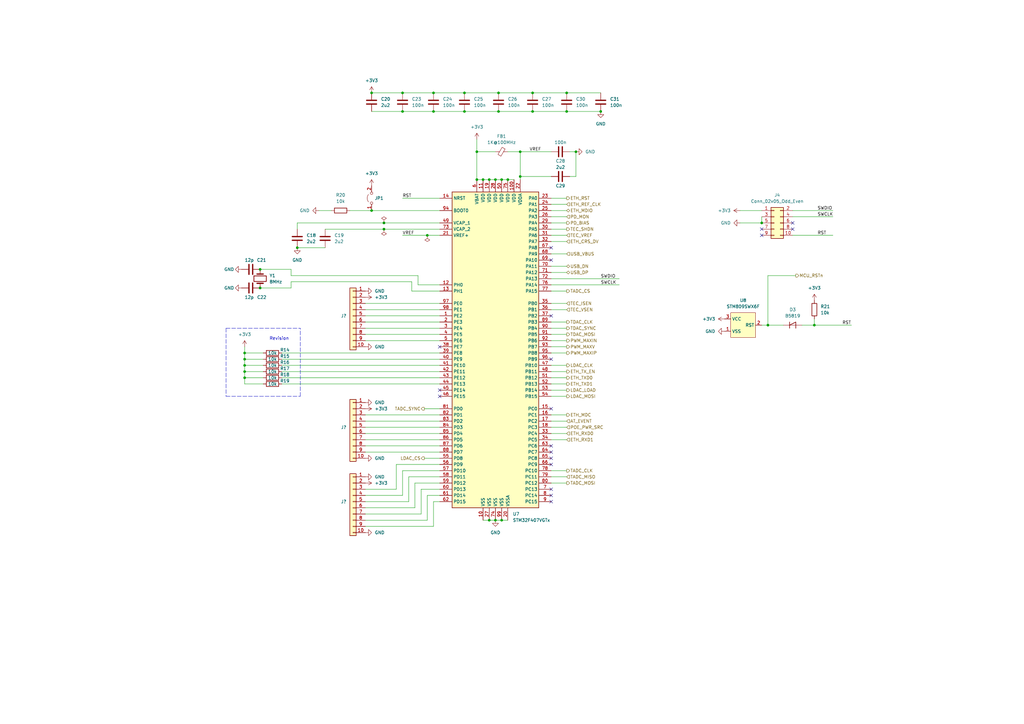
<source format=kicad_sch>
(kicad_sch (version 20211123) (generator eeschema)
  (paper "A3")
  (title_block (title "Kirdy") (date "2022-07-03") (rev "r0.1") (company "M-Labs") (comment 1 "Alex Wong Tat Hang"))
  (lib_symbols
    (symbol "Connector_Generic:Conn_01x10" (pin_names (offset 1.016) hide)
      (property "Reference" "J" (at 0 12.7 0))
      (property "Value" "Conn_01x10" (at 0 -15.24 0))
      (symbol "Conn_01x10_1_1"
        (rectangle (start -1.27 -12.573) (end 0 -12.827) (stroke (width 0.1524)))
        (rectangle (start -1.27 -10.033) (end 0 -10.287) (stroke (width 0.1524)))
        (rectangle (start -1.27 -7.493) (end 0 -7.747) (stroke (width 0.1524)))
        (rectangle (start -1.27 -4.953) (end 0 -5.207) (stroke (width 0.1524)))
        (rectangle (start -1.27 -2.413) (end 0 -2.667) (stroke (width 0.1524)))
        (rectangle (start -1.27 0.127) (end 0 -0.127) (stroke (width 0.1524)))
        (rectangle (start -1.27 2.667) (end 0 2.413) (stroke (width 0.1524)))
        (rectangle (start -1.27 5.207) (end 0 4.953) (stroke (width 0.1524)))
        (rectangle (start -1.27 7.747) (end 0 7.493) (stroke (width 0.1524)))
        (rectangle (start -1.27 10.287) (end 0 10.033) (stroke (width 0.1524)))
        (rectangle (start -1.27 11.43) (end 1.27 -13.97) (stroke (width 0.254)) (fill (type background)))
        (pin passive line (at -5.08 10.16 0) (length 3.81) (name "Pin_1") (number "1"))
        (pin passive line (at -5.08 -12.7 0) (length 3.81) (name "Pin_10") (number "10"))
        (pin passive line (at -5.08 7.62 0) (length 3.81) (name "Pin_2") (number "2"))
        (pin passive line (at -5.08 5.08 0) (length 3.81) (name "Pin_3") (number "3"))
        (pin passive line (at -5.08 2.54 0) (length 3.81) (name "Pin_4") (number "4"))
        (pin passive line (at -5.08 0 0) (length 3.81) (name "Pin_5") (number "5"))
        (pin passive line (at -5.08 -2.54 0) (length 3.81) (name "Pin_6") (number "6"))
        (pin passive line (at -5.08 -5.08 0) (length 3.81) (name "Pin_7") (number "7"))
        (pin passive line (at -5.08 -7.62 0) (length 3.81) (name "Pin_8") (number "8"))
        (pin passive line (at -5.08 -10.16 0) (length 3.81) (name "Pin_9") (number "9"))
      )
    )
    (symbol "Connector_Generic:Conn_02x05_Odd_Even" (pin_names (offset 1.016) hide)
      (property "Reference" "J" (at 1.27 7.62 0))
      (property "Value" "Conn_02x05_Odd_Even" (at 1.27 -7.62 0))
      (symbol "Conn_02x05_Odd_Even_1_1"
        (rectangle (start -1.27 -4.953) (end 0 -5.207) (stroke (width 0.1524)))
        (rectangle (start -1.27 -2.413) (end 0 -2.667) (stroke (width 0.1524)))
        (rectangle (start -1.27 0.127) (end 0 -0.127) (stroke (width 0.1524)))
        (rectangle (start -1.27 2.667) (end 0 2.413) (stroke (width 0.1524)))
        (rectangle (start -1.27 5.207) (end 0 4.953) (stroke (width 0.1524)))
        (rectangle (start -1.27 6.35) (end 3.81 -6.35) (stroke (width 0.254)) (fill (type background)))
        (rectangle (start 3.81 -4.953) (end 2.54 -5.207) (stroke (width 0.1524)))
        (rectangle (start 3.81 -2.413) (end 2.54 -2.667) (stroke (width 0.1524)))
        (rectangle (start 3.81 0.127) (end 2.54 -0.127) (stroke (width 0.1524)))
        (rectangle (start 3.81 2.667) (end 2.54 2.413) (stroke (width 0.1524)))
        (rectangle (start 3.81 5.207) (end 2.54 4.953) (stroke (width 0.1524)))
        (pin passive line (at -5.08 5.08 0) (length 3.81) (name "Pin_1") (number "1"))
        (pin passive line (at 7.62 -5.08 180) (length 3.81) (name "Pin_10") (number "10"))
        (pin passive line (at 7.62 5.08 180) (length 3.81) (name "Pin_2") (number "2"))
        (pin passive line (at -5.08 2.54 0) (length 3.81) (name "Pin_3") (number "3"))
        (pin passive line (at 7.62 2.54 180) (length 3.81) (name "Pin_4") (number "4"))
        (pin passive line (at -5.08 0 0) (length 3.81) (name "Pin_5") (number "5"))
        (pin passive line (at 7.62 0 180) (length 3.81) (name "Pin_6") (number "6"))
        (pin passive line (at -5.08 -2.54 0) (length 3.81) (name "Pin_7") (number "7"))
        (pin passive line (at 7.62 -2.54 180) (length 3.81) (name "Pin_8") (number "8"))
        (pin passive line (at -5.08 -5.08 0) (length 3.81) (name "Pin_9") (number "9"))
      )
    )
    (symbol "Device:C" (pin_numbers hide) (pin_names (offset 0.254))
      (property "Reference" "C" (at 0.635 2.54 0))
      (property "Value" "C" (at 0.635 -2.54 0))
      (symbol "C_0_1"
        (polyline (pts (xy -2.032 -0.762) (xy 2.032 -0.762)) (stroke (width 0.508)))
        (polyline (pts (xy -2.032 0.762) (xy 2.032 0.762)) (stroke (width 0.508)))
      )
      (symbol "C_1_1"
        (pin passive line (at 0 3.81 270) (length 2.794) (name "~") (number "1"))
        (pin passive line (at 0 -3.81 90) (length 2.794) (name "~") (number "2"))
      )
    )
    (symbol "Device:Crystal" (pin_numbers hide) (pin_names (offset 1.016) hide)
      (property "Reference" "Y" (at 0 3.81 0))
      (property "Value" "Crystal" (at 0 -3.81 0))
      (symbol "Crystal_0_1"
        (rectangle (start -1.143 2.54) (end 1.143 -2.54) (stroke (width 0.3048)))
        (polyline (pts (xy -2.54 0) (xy -1.905 0)))
        (polyline (pts (xy -1.905 -1.27) (xy -1.905 1.27)) (stroke (width 0.508)))
        (polyline (pts (xy 1.905 -1.27) (xy 1.905 1.27)) (stroke (width 0.508)))
        (polyline (pts (xy 2.54 0) (xy 1.905 0)))
      )
      (symbol "Crystal_1_1"
        (pin passive line (at -3.81 0 0) (length 1.27) (name "1") (number "1"))
        (pin passive line (at 3.81 0 180) (length 1.27) (name "2") (number "2"))
      )
    )
    (symbol "Device:D_Shockley" (pin_numbers hide) (pin_names (offset 1.016) hide)
      (property "Reference" "D" (at 0 2.54 0))
      (property "Value" "D_Shockley" (at 0 -2.54 0))
      (symbol "D_Shockley_0_1"
        (polyline (pts (xy -1.27 0) (xy 1.27 0)))
        (polyline (pts (xy -1.27 1.27) (xy -1.27 -1.27)) (stroke (width 0.254)))
        (polyline (pts (xy -1.27 0) (xy 1.27 1.27) (xy 1.27 -1.27)) (stroke (width 0.254)))
      )
      (symbol "D_Shockley_1_1"
        (pin passive line (at -3.81 0 0) (length 2.54) (name "K") (number "1"))
        (pin passive line (at 3.81 0 180) (length 2.54) (name "A") (number "2"))
      )
    )
    (symbol "Device:FerriteBead_Small" (pin_numbers hide) (pin_names (offset 0))
      (property "Reference" "FB" (at 1.905 1.27 0))
      (property "Value" "FerriteBead_Small" (at 1.905 -1.27 0))
      (symbol "FerriteBead_Small_0_1"
        (polyline (pts (xy 0 -1.27) (xy 0 -0.7874)))
        (polyline (pts (xy 0 0.889) (xy 0 1.2954)))
        (polyline (pts (xy -1.8288 0.2794) (xy -1.1176 1.4986) (xy 1.8288 -0.2032) (xy 1.1176 -1.4224) (xy -1.8288 0.2794)))
      )
      (symbol "FerriteBead_Small_1_1"
        (pin passive line (at 0 2.54 270) (length 1.27) (name "~") (number "1"))
        (pin passive line (at 0 -2.54 90) (length 1.27) (name "~") (number "2"))
      )
    )
    (symbol "Device:R" (pin_numbers hide) (pin_names (offset 0))
      (property "Reference" "R" (at 2.032 0 90))
      (property "Value" "R" (at 0 0 90))
      (symbol "R_0_1"
        (rectangle (start -1.016 -2.54) (end 1.016 2.54) (stroke (width 0.254)))
      )
      (symbol "R_1_1"
        (pin passive line (at 0 3.81 270) (length 1.27) (name "~") (number "1"))
        (pin passive line (at 0 -3.81 90) (length 1.27) (name "~") (number "2"))
      )
    )
    (symbol "Jumper:Jumper_2_Open" (pin_names (offset 0) hide)
      (property "Reference" "JP" (at 0 2.794 0))
      (property "Value" "Jumper_2_Open" (at 0 -2.286 0))
      (symbol "Jumper_2_Open_0_0"
        (circle (center -2.032 0) (radius 0.508))
        (circle (center 2.032 0) (radius 0.508))
      )
      (symbol "Jumper_2_Open_0_1"
        (arc (start 1.524 1.27) (mid 0 1.778) (end -1.524 1.27))
      )
      (symbol "Jumper_2_Open_1_1"
        (pin passive line (at -5.08 0 0) (length 2.54) (name "A") (number "1"))
        (pin passive line (at 5.08 0 180) (length 2.54) (name "B") (number "2"))
      )
    )
    (symbol "MCU_ST_STM32F4:STM32F407VGTx"
      (property "Reference" "U" (at -17.78 64.77 0))
      (property "Value" "STM32F407VGTx" (at 12.7 64.77 0))
      (symbol "STM32F407VGTx_0_1"
        (rectangle (start -17.78 -66.04) (end 17.78 63.5) (stroke (width 0.254)) (fill (type background)))
      )
      (symbol "STM32F407VGTx_1_1"
        (pin bidirectional line (at -22.86 12.7 0) (length 5.08) (name "PE2") (number "1"))
        (pin power_in line (at -5.08 -71.12 90) (length 5.08) (name "VSS") (number "10"))
        (pin power_in line (at 7.62 68.58 270) (length 5.08) (name "VDD") (number "100"))
        (pin power_in line (at -5.08 68.58 270) (length 5.08) (name "VDD") (number "11"))
        (pin input line (at -22.86 25.4 0) (length 5.08) (name "PH0") (number "12"))
        (pin input line (at -22.86 22.86 0) (length 5.08) (name "PH1") (number "13"))
        (pin input line (at -22.86 60.96 0) (length 5.08) (name "NRST") (number "14"))
        (pin bidirectional line (at 22.86 -25.4 180) (length 5.08) (name "PC0") (number "15"))
        (pin bidirectional line (at 22.86 -27.94 180) (length 5.08) (name "PC1") (number "16"))
        (pin bidirectional line (at 22.86 -30.48 180) (length 5.08) (name "PC2") (number "17"))
        (pin bidirectional line (at 22.86 -33.02 180) (length 5.08) (name "PC3") (number "18"))
        (pin power_in line (at -2.54 68.58 270) (length 5.08) (name "VDD") (number "19"))
        (pin bidirectional line (at -22.86 10.16 0) (length 5.08) (name "PE3") (number "2"))
        (pin power_in line (at 5.08 -71.12 90) (length 5.08) (name "VSSA") (number "20"))
        (pin power_in line (at -22.86 45.72 0) (length 5.08) (name "VREF+") (number "21"))
        (pin power_in line (at 10.16 68.58 270) (length 5.08) (name "VDDA") (number "22"))
        (pin bidirectional line (at 22.86 60.96 180) (length 5.08) (name "PA0") (number "23"))
        (pin bidirectional line (at 22.86 58.42 180) (length 5.08) (name "PA1") (number "24"))
        (pin bidirectional line (at 22.86 55.88 180) (length 5.08) (name "PA2") (number "25"))
        (pin bidirectional line (at 22.86 53.34 180) (length 5.08) (name "PA3") (number "26"))
        (pin power_in line (at -2.54 -71.12 90) (length 5.08) (name "VSS") (number "27"))
        (pin power_in line (at 0 68.58 270) (length 5.08) (name "VDD") (number "28"))
        (pin bidirectional line (at 22.86 50.8 180) (length 5.08) (name "PA4") (number "29"))
        (pin bidirectional line (at -22.86 7.62 0) (length 5.08) (name "PE4") (number "3"))
        (pin bidirectional line (at 22.86 48.26 180) (length 5.08) (name "PA5") (number "30"))
        (pin bidirectional line (at 22.86 45.72 180) (length 5.08) (name "PA6") (number "31"))
        (pin bidirectional line (at 22.86 43.18 180) (length 5.08) (name "PA7") (number "32"))
        (pin bidirectional line (at 22.86 -35.56 180) (length 5.08) (name "PC4") (number "33"))
        (pin bidirectional line (at 22.86 -38.1 180) (length 5.08) (name "PC5") (number "34"))
        (pin bidirectional line (at 22.86 17.78 180) (length 5.08) (name "PB0") (number "35"))
        (pin bidirectional line (at 22.86 15.24 180) (length 5.08) (name "PB1") (number "36"))
        (pin bidirectional line (at 22.86 12.7 180) (length 5.08) (name "PB2") (number "37"))
        (pin bidirectional line (at -22.86 0 0) (length 5.08) (name "PE7") (number "38"))
        (pin bidirectional line (at -22.86 -2.54 0) (length 5.08) (name "PE8") (number "39"))
        (pin bidirectional line (at -22.86 5.08 0) (length 5.08) (name "PE5") (number "4"))
        (pin bidirectional line (at -22.86 -5.08 0) (length 5.08) (name "PE9") (number "40"))
        (pin bidirectional line (at -22.86 -7.62 0) (length 5.08) (name "PE10") (number "41"))
        (pin bidirectional line (at -22.86 -10.16 0) (length 5.08) (name "PE11") (number "42"))
        (pin bidirectional line (at -22.86 -12.7 0) (length 5.08) (name "PE12") (number "43"))
        (pin bidirectional line (at -22.86 -15.24 0) (length 5.08) (name "PE13") (number "44"))
        (pin bidirectional line (at -22.86 -17.78 0) (length 5.08) (name "PE14") (number "45"))
        (pin bidirectional line (at -22.86 -20.32 0) (length 5.08) (name "PE15") (number "46"))
        (pin bidirectional line (at 22.86 -7.62 180) (length 5.08) (name "PB10") (number "47"))
        (pin bidirectional line (at 22.86 -10.16 180) (length 5.08) (name "PB11") (number "48"))
        (pin power_in line (at -22.86 50.8 0) (length 5.08) (name "VCAP_1") (number "49"))
        (pin bidirectional line (at -22.86 2.54 0) (length 5.08) (name "PE6") (number "5"))
        (pin power_in line (at 2.54 68.58 270) (length 5.08) (name "VDD") (number "50"))
        (pin bidirectional line (at 22.86 -12.7 180) (length 5.08) (name "PB12") (number "51"))
        (pin bidirectional line (at 22.86 -15.24 180) (length 5.08) (name "PB13") (number "52"))
        (pin bidirectional line (at 22.86 -17.78 180) (length 5.08) (name "PB14") (number "53"))
        (pin bidirectional line (at 22.86 -20.32 180) (length 5.08) (name "PB15") (number "54"))
        (pin bidirectional line (at -22.86 -45.72 0) (length 5.08) (name "PD8") (number "55"))
        (pin bidirectional line (at -22.86 -48.26 0) (length 5.08) (name "PD9") (number "56"))
        (pin bidirectional line (at -22.86 -50.8 0) (length 5.08) (name "PD10") (number "57"))
        (pin bidirectional line (at -22.86 -53.34 0) (length 5.08) (name "PD11") (number "58"))
        (pin bidirectional line (at -22.86 -55.88 0) (length 5.08) (name "PD12") (number "59"))
        (pin power_in line (at -7.62 68.58 270) (length 5.08) (name "VBAT") (number "6"))
        (pin bidirectional line (at -22.86 -58.42 0) (length 5.08) (name "PD13") (number "60"))
        (pin bidirectional line (at -22.86 -60.96 0) (length 5.08) (name "PD14") (number "61"))
        (pin bidirectional line (at -22.86 -63.5 0) (length 5.08) (name "PD15") (number "62"))
        (pin bidirectional line (at 22.86 -40.64 180) (length 5.08) (name "PC6") (number "63"))
        (pin bidirectional line (at 22.86 -43.18 180) (length 5.08) (name "PC7") (number "64"))
        (pin bidirectional line (at 22.86 -45.72 180) (length 5.08) (name "PC8") (number "65"))
        (pin bidirectional line (at 22.86 -48.26 180) (length 5.08) (name "PC9") (number "66"))
        (pin bidirectional line (at 22.86 40.64 180) (length 5.08) (name "PA8") (number "67"))
        (pin bidirectional line (at 22.86 38.1 180) (length 5.08) (name "PA9") (number "68"))
        (pin bidirectional line (at 22.86 35.56 180) (length 5.08) (name "PA10") (number "69"))
        (pin bidirectional line (at 22.86 -58.42 180) (length 5.08) (name "PC13") (number "7"))
        (pin bidirectional line (at 22.86 33.02 180) (length 5.08) (name "PA11") (number "70"))
        (pin bidirectional line (at 22.86 30.48 180) (length 5.08) (name "PA12") (number "71"))
        (pin bidirectional line (at 22.86 27.94 180) (length 5.08) (name "PA13") (number "72"))
        (pin power_in line (at -22.86 48.26 0) (length 5.08) (name "VCAP_2") (number "73"))
        (pin power_in line (at 0 -71.12 90) (length 5.08) (name "VSS") (number "74"))
        (pin power_in line (at 5.08 68.58 270) (length 5.08) (name "VDD") (number "75"))
        (pin bidirectional line (at 22.86 25.4 180) (length 5.08) (name "PA14") (number "76"))
        (pin bidirectional line (at 22.86 22.86 180) (length 5.08) (name "PA15") (number "77"))
        (pin bidirectional line (at 22.86 -50.8 180) (length 5.08) (name "PC10") (number "78"))
        (pin bidirectional line (at 22.86 -53.34 180) (length 5.08) (name "PC11") (number "79"))
        (pin bidirectional line (at 22.86 -60.96 180) (length 5.08) (name "PC14") (number "8"))
        (pin bidirectional line (at 22.86 -55.88 180) (length 5.08) (name "PC12") (number "80"))
        (pin bidirectional line (at -22.86 -25.4 0) (length 5.08) (name "PD0") (number "81"))
        (pin bidirectional line (at -22.86 -27.94 0) (length 5.08) (name "PD1") (number "82"))
        (pin bidirectional line (at -22.86 -30.48 0) (length 5.08) (name "PD2") (number "83"))
        (pin bidirectional line (at -22.86 -33.02 0) (length 5.08) (name "PD3") (number "84"))
        (pin bidirectional line (at -22.86 -35.56 0) (length 5.08) (name "PD4") (number "85"))
        (pin bidirectional line (at -22.86 -38.1 0) (length 5.08) (name "PD5") (number "86"))
        (pin bidirectional line (at -22.86 -40.64 0) (length 5.08) (name "PD6") (number "87"))
        (pin bidirectional line (at -22.86 -43.18 0) (length 5.08) (name "PD7") (number "88"))
        (pin bidirectional line (at 22.86 10.16 180) (length 5.08) (name "PB3") (number "89"))
        (pin bidirectional line (at 22.86 -63.5 180) (length 5.08) (name "PC15") (number "9"))
        (pin bidirectional line (at 22.86 7.62 180) (length 5.08) (name "PB4") (number "90"))
        (pin bidirectional line (at 22.86 5.08 180) (length 5.08) (name "PB5") (number "91"))
        (pin bidirectional line (at 22.86 2.54 180) (length 5.08) (name "PB6") (number "92"))
        (pin bidirectional line (at 22.86 0 180) (length 5.08) (name "PB7") (number "93"))
        (pin input line (at -22.86 55.88 0) (length 5.08) (name "BOOT0") (number "94"))
        (pin bidirectional line (at 22.86 -2.54 180) (length 5.08) (name "PB8") (number "95"))
        (pin bidirectional line (at 22.86 -5.08 180) (length 5.08) (name "PB9") (number "96"))
        (pin bidirectional line (at -22.86 17.78 0) (length 5.08) (name "PE0") (number "97"))
        (pin bidirectional line (at -22.86 15.24 0) (length 5.08) (name "PE1") (number "98"))
        (pin power_in line (at 2.54 -71.12 90) (length 5.08) (name "VSS") (number "99"))
      )
    )
    (symbol "kirdy:STM809SWX6F"
      (property "Reference" "U" (at 0 -10.16 0))
      (property "Value" "STM809SWX6F" (at 0 -7.62 0))
      (symbol "STM809SWX6F_0_0"
        (pin power_in line (at -7.62 -2.54 0) (length 2.54) (name "VSS") (number "1"))
        (pin output line (at 7.62 0 180) (length 2.54) (name "RST") (number "2"))
        (pin power_in line (at -7.62 2.54 0) (length 2.54) (name "VCC") (number "3"))
      )
      (symbol "STM809SWX6F_0_1"
        (rectangle (start -5.08 5.08) (end 5.08 -5.08) (fill (type background)))
      )
    )
    (symbol "power:+3.3V" (power) (pin_names (offset 0))
      (property "Value" "+3.3V" (at 0 3.556 0))
      (symbol "+3.3V_0_1"
        (polyline (pts (xy -0.762 1.27) (xy 0 2.54)))
        (polyline (pts (xy 0 0) (xy 0 2.54)))
        (polyline (pts (xy 0 2.54) (xy 0.762 1.27)))
      )
      (symbol "+3.3V_1_1"
        (pin power_in line (at 0 0 90) (length 0) hide (name "+3V3") (number "1"))
      )
    )
    (symbol "power:+3V3" (power) (pin_names (offset 0))
      (property "Value" "+3V3" (at 0 3.556 0))
      (symbol "+3V3_0_1"
        (polyline (pts (xy -0.762 1.27) (xy 0 2.54)))
        (polyline (pts (xy 0 0) (xy 0 2.54)))
        (polyline (pts (xy 0 2.54) (xy 0.762 1.27)))
      )
      (symbol "+3V3_1_1"
        (pin power_in line (at 0 0 90) (length 0) hide (name "+3V3") (number "1"))
      )
    )
    (symbol "power:GND" (power) (pin_names (offset 0))
      (property "Value" "GND" (at 0 -3.81 0))
      (symbol "GND_0_1"
        (polyline (pts (xy 0 0) (xy 0 -1.27) (xy 1.27 -1.27) (xy 0 -2.54) (xy -1.27 -1.27) (xy 0 -1.27)))
      )
      (symbol "GND_1_1"
        (pin power_in line (at 0 0 270) (length 0) hide (name "GND") (number "1"))
      )
    )
    (symbol "power:PWR_FLAG" (power) (pin_numbers hide) (pin_names (offset 0) hide)
      (property "Value" "PWR_FLAG" (at 0 3.81 0))
      (symbol "PWR_FLAG_0_0"
        (pin power_out line (at 0 0 90) (length 0) (name "pwr") (number "1"))
      )
      (symbol "PWR_FLAG_0_1"
        (polyline (pts (xy 0 0) (xy 0 1.27) (xy -1.016 1.905) (xy 0 2.54) (xy 1.016 1.905) (xy 0 1.27)))
      )
    )
  )
  (junction (at 165.1 38.1))
  (junction (at 106.68 110.49))
  (junction (at 198.12 73.66))
  (junction (at 157.48 93.98))
  (junction (at 205.74 213.36))
  (junction (at 177.8 38.1))
  (junction (at 213.36 72.39))
  (junction (at 236.22 62.23))
  (junction (at 152.4 38.1))
  (junction (at 195.58 73.66))
  (junction (at 121.92 101.6))
  (junction (at 200.66 73.66))
  (junction (at 203.2 213.36))
  (junction (at 175.26 96.52))
  (junction (at 204.47 38.1))
  (junction (at 152.4 86.36))
  (junction (at 100.33 154.94))
  (junction (at 177.8 45.72))
  (junction (at 232.41 45.72))
  (junction (at 314.96 133.35))
  (junction (at 100.33 152.4))
  (junction (at 200.66 213.36))
  (junction (at 157.48 91.44))
  (junction (at 208.28 73.66))
  (junction (at 100.33 144.78))
  (junction (at 190.5 45.72))
  (junction (at 165.1 45.72))
  (junction (at 203.2 73.66))
  (junction (at 232.41 38.1))
  (junction (at 334.01 133.35))
  (junction (at 213.36 62.23))
  (junction (at 190.5 38.1))
  (junction (at 204.47 45.72))
  (junction (at 100.33 147.32))
  (junction (at 218.44 38.1))
  (junction (at 246.38 45.72))
  (junction (at 205.74 73.66))
  (junction (at 106.68 118.11))
  (junction (at 195.58 62.23))
  (junction (at 312.42 91.44))
  (junction (at 218.44 45.72))
  (junction (at 100.33 149.86))
  (no_connect (at 312.42 96.52))
  (no_connect (at 325.12 93.98))
  (no_connect (at 325.12 91.44))
  (no_connect (at 312.42 93.98))
  (no_connect (at 226.06 200.66))
  (no_connect (at 226.06 203.2))
  (no_connect (at 226.06 205.74))
  (no_connect (at 226.06 187.96))
  (no_connect (at 226.06 190.5))
  (no_connect (at 226.06 101.6))
  (no_connect (at 226.06 106.68))
  (no_connect (at 226.06 129.54))
  (no_connect (at 226.06 147.32))
  (no_connect (at 226.06 167.64))
  (no_connect (at 226.06 182.88))
  (no_connect (at 226.06 185.42))
  (no_connect (at 180.34 162.56))
  (no_connect (at 180.34 160.02))
  (no_connect (at 180.34 142.24))
  (wire (pts (xy 226.06 180.34) (xy 232.41 180.34)))
  (wire (pts (xy 226.06 170.18) (xy 232.41 170.18)))
  (wire (pts (xy 226.06 160.02) (xy 232.41 160.02)))
  (wire (pts (xy 226.06 99.06) (xy 232.41 99.06)))
  (wire (pts (xy 149.86 132.08) (xy 180.34 132.08)))
  (wire (pts (xy 226.06 104.14) (xy 232.41 104.14)))
  (wire (pts (xy 149.86 208.28) (xy 170.18 208.28)))
  (wire (pts (xy 226.06 86.36) (xy 232.41 86.36)))
  (polyline (pts (xy 92.71 162.56) (xy 123.19 162.56)))
  (wire (pts (xy 175.26 96.52) (xy 180.34 96.52)))
  (wire (pts (xy 149.86 134.62) (xy 180.34 134.62)))
  (wire (pts (xy 198.12 213.36) (xy 200.66 213.36)))
  (wire (pts (xy 177.8 205.74) (xy 180.34 205.74)))
  (wire (pts (xy 165.1 203.2) (xy 165.1 193.04)))
  (wire (pts (xy 218.44 45.72) (xy 232.41 45.72)))
  (wire (pts (xy 312.42 88.9) (xy 312.42 91.44)))
  (wire (pts (xy 149.86 215.9) (xy 177.8 215.9)))
  (wire (pts (xy 165.1 81.28) (xy 180.34 81.28)))
  (wire (pts (xy 233.68 72.39) (xy 236.22 72.39)))
  (wire (pts (xy 100.33 152.4) (xy 100.33 154.94)))
  (wire (pts (xy 149.86 203.2) (xy 165.1 203.2)))
  (wire (pts (xy 149.86 185.42) (xy 180.34 185.42)))
  (wire (pts (xy 171.45 116.84) (xy 180.34 116.84)))
  (wire (pts (xy 195.58 62.23) (xy 203.2 62.23)))
  (wire (pts (xy 121.92 101.6) (xy 133.35 101.6)))
  (wire (pts (xy 149.86 205.74) (xy 167.64 205.74)))
  (wire (pts (xy 173.99 187.96) (xy 180.34 187.96)))
  (wire (pts (xy 325.12 96.52) (xy 341.63 96.52)))
  (wire (pts (xy 149.86 170.18) (xy 180.34 170.18)))
  (wire (pts (xy 203.2 213.36) (xy 205.74 213.36)))
  (wire (pts (xy 328.93 133.35) (xy 334.01 133.35)))
  (wire (pts (xy 312.42 133.35) (xy 314.96 133.35)))
  (wire (pts (xy 168.91 115.57) (xy 168.91 119.38)))
  (wire (pts (xy 226.06 139.7) (xy 232.41 139.7)))
  (polyline (pts (xy 123.19 162.56) (xy 123.19 134.62)))
  (wire (pts (xy 226.06 116.84) (xy 254 116.84)))
  (wire (pts (xy 204.47 38.1) (xy 218.44 38.1)))
  (wire (pts (xy 100.33 152.4) (xy 107.95 152.4)))
  (wire (pts (xy 115.57 149.86) (xy 180.34 149.86)))
  (wire (pts (xy 100.33 149.86) (xy 107.95 149.86)))
  (wire (pts (xy 152.4 45.72) (xy 165.1 45.72)))
  (wire (pts (xy 157.48 93.98) (xy 180.34 93.98)))
  (wire (pts (xy 314.96 113.03) (xy 326.39 113.03)))
  (wire (pts (xy 115.57 147.32) (xy 180.34 147.32)))
  (wire (pts (xy 167.64 205.74) (xy 167.64 195.58)))
  (wire (pts (xy 119.38 115.57) (xy 119.38 118.11)))
  (wire (pts (xy 208.28 62.23) (xy 213.36 62.23)))
  (wire (pts (xy 100.33 154.94) (xy 100.33 157.48)))
  (wire (pts (xy 133.35 93.98) (xy 157.48 93.98)))
  (wire (pts (xy 226.06 177.8) (xy 232.41 177.8)))
  (wire (pts (xy 226.06 193.04) (xy 232.41 193.04)))
  (wire (pts (xy 334.01 133.35) (xy 334.01 130.81)))
  (wire (pts (xy 149.86 129.54) (xy 180.34 129.54)))
  (wire (pts (xy 100.33 147.32) (xy 100.33 149.86)))
  (wire (pts (xy 334.01 133.35) (xy 349.25 133.35)))
  (wire (pts (xy 165.1 193.04) (xy 180.34 193.04)))
  (wire (pts (xy 100.33 154.94) (xy 107.95 154.94)))
  (wire (pts (xy 149.86 200.66) (xy 162.56 200.66)))
  (wire (pts (xy 226.06 154.94) (xy 232.41 154.94)))
  (wire (pts (xy 213.36 62.23) (xy 213.36 72.39)))
  (wire (pts (xy 175.26 203.2) (xy 180.34 203.2)))
  (wire (pts (xy 149.86 137.16) (xy 180.34 137.16)))
  (wire (pts (xy 226.06 111.76) (xy 232.41 111.76)))
  (wire (pts (xy 149.86 139.7) (xy 180.34 139.7)))
  (wire (pts (xy 226.06 134.62) (xy 232.41 134.62)))
  (wire (pts (xy 172.72 200.66) (xy 180.34 200.66)))
  (wire (pts (xy 226.06 149.86) (xy 232.41 149.86)))
  (wire (pts (xy 149.86 177.8) (xy 180.34 177.8)))
  (wire (pts (xy 314.96 133.35) (xy 321.31 133.35)))
  (wire (pts (xy 226.06 137.16) (xy 232.41 137.16)))
  (wire (pts (xy 226.06 93.98) (xy 232.41 93.98)))
  (wire (pts (xy 119.38 115.57) (xy 168.91 115.57)))
  (wire (pts (xy 177.8 38.1) (xy 190.5 38.1)))
  (wire (pts (xy 200.66 213.36) (xy 203.2 213.36)))
  (wire (pts (xy 149.86 172.72) (xy 180.34 172.72)))
  (wire (pts (xy 203.2 73.66) (xy 205.74 73.66)))
  (wire (pts (xy 195.58 62.23) (xy 195.58 73.66)))
  (wire (pts (xy 233.68 62.23) (xy 236.22 62.23)))
  (wire (pts (xy 177.8 45.72) (xy 190.5 45.72)))
  (wire (pts (xy 177.8 215.9) (xy 177.8 205.74)))
  (wire (pts (xy 226.06 198.12) (xy 232.41 198.12)))
  (wire (pts (xy 172.72 210.82) (xy 172.72 200.66)))
  (wire (pts (xy 232.41 38.1) (xy 246.38 38.1)))
  (wire (pts (xy 195.58 73.66) (xy 198.12 73.66)))
  (wire (pts (xy 213.36 62.23) (xy 226.06 62.23)))
  (wire (pts (xy 149.86 182.88) (xy 180.34 182.88)))
  (wire (pts (xy 168.91 119.38) (xy 180.34 119.38)))
  (wire (pts (xy 119.38 118.11) (xy 106.68 118.11)))
  (wire (pts (xy 149.86 180.34) (xy 180.34 180.34)))
  (wire (pts (xy 100.33 144.78) (xy 100.33 147.32)))
  (wire (pts (xy 226.06 172.72) (xy 232.41 172.72)))
  (wire (pts (xy 152.4 86.36) (xy 180.34 86.36)))
  (wire (pts (xy 198.12 73.66) (xy 200.66 73.66)))
  (wire (pts (xy 100.33 144.78) (xy 107.95 144.78)))
  (wire (pts (xy 167.64 195.58) (xy 180.34 195.58)))
  (wire (pts (xy 100.33 149.86) (xy 100.33 152.4)))
  (wire (pts (xy 149.86 175.26) (xy 180.34 175.26)))
  (wire (pts (xy 213.36 72.39) (xy 213.36 73.66)))
  (wire (pts (xy 226.06 124.46) (xy 232.41 124.46)))
  (wire (pts (xy 226.06 152.4) (xy 232.41 152.4)))
  (wire (pts (xy 325.12 86.36) (xy 341.63 86.36)))
  (polyline (pts (xy 92.71 134.62) (xy 92.71 162.56)))
  (wire (pts (xy 226.06 195.58) (xy 232.41 195.58)))
  (wire (pts (xy 165.1 96.52) (xy 175.26 96.52)))
  (wire (pts (xy 100.33 147.32) (xy 107.95 147.32)))
  (wire (pts (xy 208.28 73.66) (xy 210.82 73.66)))
  (wire (pts (xy 165.1 45.72) (xy 177.8 45.72)))
  (wire (pts (xy 149.86 213.36) (xy 175.26 213.36)))
  (wire (pts (xy 226.06 142.24) (xy 232.41 142.24)))
  (wire (pts (xy 119.38 113.03) (xy 119.38 110.49)))
  (wire (pts (xy 226.06 132.08) (xy 232.41 132.08)))
  (wire (pts (xy 121.92 93.98) (xy 121.92 91.44)))
  (wire (pts (xy 213.36 72.39) (xy 226.06 72.39)))
  (wire (pts (xy 115.57 154.94) (xy 180.34 154.94)))
  (wire (pts (xy 236.22 72.39) (xy 236.22 62.23)))
  (wire (pts (xy 205.74 73.66) (xy 208.28 73.66)))
  (wire (pts (xy 157.48 91.44) (xy 180.34 91.44)))
  (wire (pts (xy 226.06 109.22) (xy 232.41 109.22)))
  (wire (pts (xy 100.33 142.24) (xy 100.33 144.78)))
  (wire (pts (xy 170.18 198.12) (xy 180.34 198.12)))
  (wire (pts (xy 170.18 208.28) (xy 170.18 198.12)))
  (wire (pts (xy 303.53 91.44) (xy 312.42 91.44)))
  (wire (pts (xy 218.44 38.1) (xy 232.41 38.1)))
  (wire (pts (xy 149.86 210.82) (xy 172.72 210.82)))
  (wire (pts (xy 100.33 157.48) (xy 107.95 157.48)))
  (wire (pts (xy 226.06 175.26) (xy 232.41 175.26)))
  (wire (pts (xy 226.06 88.9) (xy 232.41 88.9)))
  (wire (pts (xy 171.45 113.03) (xy 171.45 116.84)))
  (wire (pts (xy 232.41 45.72) (xy 246.38 45.72)))
  (wire (pts (xy 314.96 133.35) (xy 314.96 113.03)))
  (wire (pts (xy 226.06 96.52) (xy 232.41 96.52)))
  (wire (pts (xy 195.58 57.15) (xy 195.58 62.23)))
  (wire (pts (xy 226.06 119.38) (xy 232.41 119.38)))
  (wire (pts (xy 162.56 190.5) (xy 180.34 190.5)))
  (wire (pts (xy 190.5 38.1) (xy 204.47 38.1)))
  (wire (pts (xy 165.1 38.1) (xy 177.8 38.1)))
  (wire (pts (xy 152.4 38.1) (xy 165.1 38.1)))
  (wire (pts (xy 175.26 213.36) (xy 175.26 203.2)))
  (wire (pts (xy 204.47 45.72) (xy 218.44 45.72)))
  (wire (pts (xy 226.06 127) (xy 232.41 127)))
  (wire (pts (xy 226.06 81.28) (xy 232.41 81.28)))
  (wire (pts (xy 226.06 83.82) (xy 232.41 83.82)))
  (wire (pts (xy 205.74 213.36) (xy 208.28 213.36)))
  (wire (pts (xy 303.53 86.36) (xy 312.42 86.36)))
  (wire (pts (xy 226.06 144.78) (xy 232.41 144.78)))
  (wire (pts (xy 119.38 110.49) (xy 106.68 110.49)))
  (polyline (pts (xy 92.71 134.62) (xy 123.19 134.62)))
  (wire (pts (xy 162.56 200.66) (xy 162.56 190.5)))
  (wire (pts (xy 143.51 86.36) (xy 152.4 86.36)))
  (wire (pts (xy 226.06 91.44) (xy 232.41 91.44)))
  (wire (pts (xy 130.81 86.36) (xy 135.89 86.36)))
  (wire (pts (xy 121.92 91.44) (xy 157.48 91.44)))
  (wire (pts (xy 226.06 162.56) (xy 232.41 162.56)))
  (wire (pts (xy 190.5 45.72) (xy 204.47 45.72)))
  (wire (pts (xy 119.38 113.03) (xy 171.45 113.03)))
  (wire (pts (xy 149.86 124.46) (xy 180.34 124.46)))
  (wire (pts (xy 115.57 144.78) (xy 180.34 144.78)))
  (wire (pts (xy 226.06 114.3) (xy 254 114.3)))
  (wire (pts (xy 226.06 157.48) (xy 232.41 157.48)))
  (wire (pts (xy 325.12 88.9) (xy 341.63 88.9)))
  (wire (pts (xy 173.99 167.64) (xy 180.34 167.64)))
  (wire (pts (xy 115.57 152.4) (xy 180.34 152.4)))
  (wire (pts (xy 149.86 127) (xy 180.34 127)))
  (wire (pts (xy 115.57 157.48) (xy 180.34 157.48)))
  (wire (pts (xy 200.66 73.66) (xy 203.2 73.66)))
  (text "Revision\n" (at 110.49 139.7 0) (effects (font (size 1.27 1.27)) (justify left bottom)))
  (label "VREF" (at 217.17 62.23 0))
  (label "SWDIO" (at 246.38 114.3 0))
  (label "SWCLK" (at 335.28 88.9 0))
  (label "RST" (at 165.1 81.28 0))
  (label "SWDIO" (at 335.28 86.36 0))
  (label "VREF" (at 165.1 96.52 0))
  (label "RST" (at 345.44 133.35 0))
  (label "RST" (at 335.28 96.52 0))
  (label "SWCLK" (at 246.38 116.84 0))
  (hierarchical_label "USB_DP" (shape bidirectional) (at 232.41 111.76 0))
  (hierarchical_label "TEC_VREF" (shape input) (at 232.41 96.52 0))
  (hierarchical_label "ETH_REF_CLK" (shape input) (at 232.41 83.82 0))
  (hierarchical_label "USB_VBUS" (shape input) (at 232.41 104.14 0))
  (hierarchical_label "TADC_CLK" (shape output) (at 232.41 193.04 0))
  (hierarchical_label "TDAC_MOSI" (shape output) (at 232.41 137.16 0))
  (hierarchical_label "PWM_MAXIP" (shape output) (at 232.41 144.78 0))
  (hierarchical_label "USB_DN" (shape bidirectional) (at 232.41 109.22 0))
  (hierarchical_label "ETH_RST" (shape output) (at 232.41 81.28 0))
  (hierarchical_label "TEC_SHDN" (shape output) (at 232.41 93.98 0))
  (hierarchical_label "ETH_TXD1" (shape output) (at 232.41 157.48 0))
  (hierarchical_label "ETH_MDIO" (shape bidirectional) (at 232.41 86.36 0))
  (hierarchical_label "LDAC_MOSI" (shape output) (at 232.41 162.56 0))
  (hierarchical_label "AT_EVENT" (shape input) (at 232.41 172.72 0))
  (hierarchical_label "PWM_MAXV" (shape output) (at 232.41 142.24 0))
  (hierarchical_label "POE_PWR_SRC" (shape input) (at 232.41 175.26 0))
  (hierarchical_label "MCU_RSTn" (shape output) (at 326.39 113.03 0))
  (hierarchical_label "TADC_CS" (shape output) (at 232.41 119.38 0))
  (hierarchical_label "ETH_RXD0" (shape input) (at 232.41 177.8 0))
  (hierarchical_label "PD_BIAS" (shape output) (at 232.41 91.44 0))
  (hierarchical_label "TADC_MISO" (shape input) (at 232.41 195.58 0))
  (hierarchical_label "LDAC_CS" (shape output) (at 173.99 187.96 180))
  (hierarchical_label "TADC_MOSI" (shape output) (at 232.41 198.12 0))
  (hierarchical_label "ETH_CRS_DV" (shape input) (at 232.41 99.06 0))
  (hierarchical_label "TADC_SYNC" (shape output) (at 173.99 167.64 180))
  (hierarchical_label "PWM_MAXIN" (shape output) (at 232.41 139.7 0))
  (hierarchical_label "TEC_ISEN" (shape input) (at 232.41 124.46 0))
  (hierarchical_label "TEC_VSEN" (shape input) (at 232.41 127 0))
  (hierarchical_label "ETH_TX_EN" (shape output) (at 232.41 152.4 0))
  (hierarchical_label "TDAC_SYNC" (shape output) (at 232.41 134.62 0))
  (hierarchical_label "ETH_TXD0" (shape output) (at 232.41 154.94 0))
  (hierarchical_label "PD_MON" (shape input) (at 232.41 88.9 0))
  (hierarchical_label "ETH_RXD1" (shape input) (at 232.41 180.34 0))
  (hierarchical_label "LDAC_LOAD" (shape output) (at 232.41 160.02 0))
  (hierarchical_label "ETH_MDC" (shape output) (at 232.41 170.18 0))
  (hierarchical_label "LDAC_CLK" (shape output) (at 232.41 149.86 0))
  (hierarchical_label "TDAC_CLK" (shape output) (at 232.41 132.08 0))
  (symbol (lib_id "Connector_Generic:Conn_02x05_Odd_Even") (at 317.5 91.44 0) (unit 1)
    (property "Reference" "J4" (at 318.77 80.01 0))
    (property "Value" "Conn_02x05_Odd_Even" (at 318.77 82.55 0))
    (property "Footprint" "Connector_PinHeader_1.27mm:PinHeader_2x05_P1.27mm_Vertical_SMD" (effects hide))
    (property "MFR_PN" "M50-3600542" (effects hide))
  )
  (symbol (lib_id "Device:FerriteBead_Small") (at 205.74 62.23 90) (unit 1)
    (property "Reference" "FB1" (at 205.7019 55.88 90))
    (property "Value" "1K@100MHz" (at 205.7019 58.42 90))
    (property "Footprint" "Inductor_SMD:L_1210_3225Metric" (effects hide))
    (property "MFR_PN" "FBMH3225HM102NT" (effects hide))
    (property "MFR_PN_ALT" "FBMH3225HM102NTV" (effects hide))
  )
  (symbol (lib_id "power:GND") (at 149.86 165.1 90) (unit 1)
    (property "Reference" "#PWR?" (effects hide))
    (property "Value" "GND" (at 153.67 165.0999 90) (effects (justify right)))
  )
  (symbol (lib_id "power:+3V3") (at 152.4 76.2 0) (unit 1)
    (property "Reference" "#PWR045" (effects hide))
    (property "Value" "+3V3" (at 152.4 71.12 0))
  )
  (symbol (lib_id "Device:C") (at 133.35 97.79 0) (unit 1)
    (property "Reference" "C19" (at 137.16 96.5199 0) (effects (justify left)))
    (property "Value" "2u2" (at 137.16 99.0599 0) (effects (justify left)))
    (property "Footprint" "Capacitor_SMD:C_0603_1608Metric" (effects hide))
    (property "MFR_PN" "CL10B225KP8NNNC" (effects hide))
    (property "MFR_PN_ALT" "CGA3E1X7R0J225K080AC" (effects hide))
  )
  (symbol (lib_id "power:GND") (at 149.86 195.58 90) (unit 1)
    (property "Reference" "#PWR?" (effects hide))
    (property "Value" "GND" (at 153.67 195.5799 90) (effects (justify right)))
  )
  (symbol (lib_id "power:+3.3V") (at 149.86 121.92 270) (unit 1)
    (property "Reference" "#PWR?" (effects hide))
    (property "Value" "+3.3V" (at 153.67 121.9199 90) (effects (justify left)))
  )
  (symbol (lib_id "Device:R") (at 334.01 127 0) (unit 1)
    (property "Reference" "R21" (at 336.55 125.7299 0) (effects (justify left)))
    (property "Value" "10k" (at 336.55 128.2699 0) (effects (justify left)))
    (property "Footprint" "Resistor_SMD:R_0603_1608Metric" (effects hide))
    (property "MFR_PN" "RNCP0603FTD10K0" (effects hide))
    (property "MFR_PN_ALT" "RMCF0603FT10K0" (effects hide))
  )
  (symbol (lib_id "kirdy:STM809SWX6F") (at 304.8 133.35 0) (unit 1)
    (property "Reference" "U8" (at 304.8 123.19 0))
    (property "Value" "STM809SWX6F" (at 304.8 125.73 0))
    (property "Footprint" "Package_TO_SOT_SMD:SOT-23" (effects hide))
    (property "MFR_PN" "STM809SWX6F" (effects hide))
  )
  (symbol (lib_id "Device:C") (at 177.8 41.91 0) (unit 1)
    (property "Reference" "C24" (at 181.61 40.6399 0) (effects (justify left)))
    (property "Value" "100n" (at 181.61 43.1799 0) (effects (justify left)))
    (property "Footprint" "Capacitor_SMD:C_0603_1608Metric" (effects hide))
    (property "MFR_PN" "CL10B104KB8NNWC" (effects hide))
    (property "MFR_PN_ALT" "CL10B104KB8NNNL" (effects hide))
  )
  (symbol (lib_id "Device:C") (at 232.41 41.91 0) (unit 1)
    (property "Reference" "C30" (at 236.22 40.6399 0) (effects (justify left)))
    (property "Value" "100n" (at 236.22 43.1799 0) (effects (justify left)))
    (property "Footprint" "Capacitor_SMD:C_0603_1608Metric" (effects hide))
    (property "MFR_PN" "CL10B104KB8NNWC" (effects hide))
    (property "MFR_PN_ALT" "CL10B104KB8NNNL" (effects hide))
  )
  (symbol (lib_id "Device:R") (at 111.76 149.86 90) (unit 1)
    (property "Reference" "R16" (at 116.84 148.59 90))
    (property "Value" "10k" (at 111.76 149.86 90))
    (property "Footprint" "Resistor_SMD:R_0603_1608Metric" (effects hide))
    (property "MFR_PN" "RNCP0603FTD10K0" (effects hide))
    (property "MFR_PN_ALT" "RMCF0603FT10K0" (effects hide))
  )
  (symbol (lib_id "Device:C") (at 190.5 41.91 0) (unit 1)
    (property "Reference" "C25" (at 194.31 40.6399 0) (effects (justify left)))
    (property "Value" "100n" (at 194.31 43.1799 0) (effects (justify left)))
    (property "Footprint" "Capacitor_SMD:C_0603_1608Metric" (effects hide))
    (property "MFR_PN" "CL10B104KB8NNWC" (effects hide))
    (property "MFR_PN_ALT" "CL10B104KB8NNNL" (effects hide))
  )
  (symbol (lib_id "power:+3V3") (at 334.01 123.19 0) (unit 1)
    (property "Reference" "#PWR056" (effects hide))
    (property "Value" "+3V3" (at 334.01 118.11 0))
  )
  (symbol (lib_id "power:GND") (at 149.86 218.44 90) (unit 1)
    (property "Reference" "#PWR?" (effects hide))
    (property "Value" "GND" (at 153.67 218.4399 90) (effects (justify right)))
  )
  (symbol (lib_id "power:GND") (at 236.22 62.23 90) (unit 1)
    (property "Reference" "#PWR050" (effects hide))
    (property "Value" "GND" (at 240.03 62.2299 90) (effects (justify right)))
  )
  (symbol (lib_id "power:GND") (at 149.86 142.24 90) (unit 1)
    (property "Reference" "#PWR?" (effects hide))
    (property "Value" "GND" (at 153.67 142.2399 90) (effects (justify right)))
  )
  (symbol (lib_id "power:GND") (at 203.2 213.36 0) (unit 1)
    (property "Reference" "#PWR049" (effects hide))
    (property "Value" "GND" (at 203.2 218.44 0))
  )
  (symbol (lib_id "Device:C") (at 246.38 41.91 0) (unit 1)
    (property "Reference" "C31" (at 250.19 40.6399 0) (effects (justify left)))
    (property "Value" "100n" (at 250.19 43.1799 0) (effects (justify left)))
    (property "Footprint" "Capacitor_SMD:C_0603_1608Metric" (effects hide))
    (property "MFR_PN" "CL10B104KB8NNWC" (effects hide))
    (property "MFR_PN_ALT" "CL10B104KB8NNNL" (effects hide))
  )
  (symbol (lib_id "power:+3.3V") (at 149.86 198.12 270) (unit 1)
    (property "Reference" "#PWR?" (effects hide))
    (property "Value" "+3.3V" (at 153.67 198.1199 90) (effects (justify left)))
  )
  (symbol (lib_id "Jumper:Jumper_2_Open") (at 152.4 81.28 90) (unit 1)
    (property "Reference" "JP1" (at 153.67 81.28 90) (effects (justify right)))
    (property "Value" "DNP" (effects hide))
    (property "Footprint" "Connector_PinHeader_2.54mm:PinHeader_1x02_P2.54mm_Vertical" (effects hide))
  )
  (symbol (lib_id "power:+3V3") (at 303.53 86.36 90) (unit 1)
    (property "Reference" "#PWR054" (effects hide))
    (property "Value" "+3V3" (at 299.72 86.3599 90) (effects (justify left)))
  )
  (symbol (lib_id "Device:C") (at 218.44 41.91 0) (unit 1)
    (property "Reference" "C27" (at 222.25 40.6399 0) (effects (justify left)))
    (property "Value" "100n" (at 222.25 43.1799 0) (effects (justify left)))
    (property "Footprint" "Capacitor_SMD:C_0603_1608Metric" (effects hide))
    (property "MFR_PN" "CL10B104KB8NNWC" (effects hide))
    (property "MFR_PN_ALT" "CL10B104KB8NNNL" (effects hide))
  )
  (symbol (lib_id "Device:Crystal") (at 106.68 114.3 90) (unit 1)
    (property "Reference" "Y1" (at 110.49 113.0299 90) (effects (justify right)))
    (property "Value" "8MHz" (at 110.49 115.5699 90) (effects (justify right)))
    (property "Footprint" "Crystal:Crystal_SMD_5032-2Pin_5.0x3.2mm" (effects hide))
    (property "MFR_PN" "ECS-80-12-30Q-DS-TR" (effects hide))
    (property "MFR_PN_ALT" "ECS-80-12-30-JGN-TR" (effects hide))
  )
  (symbol (lib_id "power:PWR_FLAG") (at 157.48 93.98 180) (unit 1)
    (property "Reference" "#FLG04" (effects hide))
    (property "Value" "PWR_FLAG" (effects hide))
  )
  (symbol (lib_id "MCU_ST_STM32F4:STM32F407VGTx") (at 203.2 142.24 0) (unit 1)
    (property "Reference" "U7" (at 210.2994 210.82 0) (effects (justify left)))
    (property "Value" "STM32F407VGTx" (at 210.2994 213.36 0) (effects (justify left)))
    (property "Footprint" "Package_QFP:LQFP-100_14x14mm_P0.5mm" (effects hide))
    (property "Datasheet" "http://www.st.com/st-web-ui/static/active/en/resource/technical/document/datasheet/DM00037051.pdf" (effects hide))
    (property "MFR_PN" "STM32F407VGT6" (effects hide))
  )
  (symbol (lib_id "Device:R") (at 111.76 147.32 90) (unit 1)
    (property "Reference" "R15" (at 116.84 146.05 90))
    (property "Value" "10k" (at 111.76 147.32 90))
    (property "Footprint" "Resistor_SMD:R_0603_1608Metric" (effects hide))
    (property "MFR_PN" "RNCP0603FTD10K0" (effects hide))
    (property "MFR_PN_ALT" "RMCF0603FT10K0" (effects hide))
  )
  (symbol (lib_id "power:PWR_FLAG") (at 157.48 91.44 0) (unit 1)
    (property "Reference" "#FLG03" (effects hide))
    (property "Value" "PWR_FLAG" (effects hide))
  )
  (symbol (lib_id "power:+3V3") (at 100.33 142.24 0) (unit 1)
    (property "Reference" "#PWR041" (effects hide))
    (property "Value" "+3V3" (at 100.33 137.16 0))
  )
  (symbol (lib_id "power:GND") (at 297.18 135.89 270) (unit 1)
    (property "Reference" "#PWR053" (effects hide))
    (property "Value" "GND" (at 293.37 135.8899 90) (effects (justify right)))
  )
  (symbol (lib_id "Device:C") (at 229.87 62.23 90) (unit 1)
    (property "Reference" "C28" (at 229.87 66.04 90))
    (property "Value" "100n" (at 229.87 58.42 90))
    (property "Footprint" "Capacitor_SMD:C_0603_1608Metric" (effects hide))
    (property "MFR_PN" "CL10B104KB8NNWC" (effects hide))
    (property "MFR_PN_ALT" "CL10B104KB8NNNL" (effects hide))
  )
  (symbol (lib_id "Device:C") (at 229.87 72.39 90) (unit 1)
    (property "Reference" "C29" (at 229.87 76.2 90))
    (property "Value" "2u2" (at 229.87 68.58 90))
    (property "Footprint" "Capacitor_SMD:C_0603_1608Metric" (effects hide))
    (property "MFR_PN" "CL10B225KP8NNNC" (effects hide))
    (property "MFR_PN_ALT" "CGA3E1X7R0J225K080AC" (effects hide))
  )
  (symbol (lib_id "Device:C") (at 165.1 41.91 0) (unit 1)
    (property "Reference" "C23" (at 168.91 40.6399 0) (effects (justify left)))
    (property "Value" "100n" (at 168.91 43.1799 0) (effects (justify left)))
    (property "Footprint" "Capacitor_SMD:C_0603_1608Metric" (effects hide))
    (property "MFR_PN" "CL10B104KB8NNWC" (effects hide))
    (property "MFR_PN_ALT" "CL10B104KB8NNNL" (effects hide))
  )
  (symbol (lib_id "Device:R") (at 111.76 144.78 90) (unit 1)
    (property "Reference" "R14" (at 116.84 143.51 90))
    (property "Value" "10k" (at 111.76 144.78 90))
    (property "Footprint" "Resistor_SMD:R_0603_1608Metric" (effects hide))
    (property "MFR_PN" "RNCP0603FTD10K0" (effects hide))
    (property "MFR_PN_ALT" "RMCF0603FT10K0" (effects hide))
  )
  (symbol (lib_id "power:GND") (at 246.38 45.72 0) (unit 1)
    (property "Reference" "#PWR051" (effects hide))
    (property "Value" "GND" (at 246.38 50.8 0))
  )
  (symbol (lib_id "Device:R") (at 111.76 152.4 90) (unit 1)
    (property "Reference" "R17" (at 116.84 151.13 90))
    (property "Value" "10k" (at 111.76 152.4 90))
    (property "Footprint" "Resistor_SMD:R_0603_1608Metric" (effects hide))
    (property "MFR_PN" "RNCP0603FTD10K0" (effects hide))
    (property "MFR_PN_ALT" "RMCF0603FT10K0" (effects hide))
  )
  (symbol (lib_id "power:GND") (at 99.06 118.11 270) (unit 1)
    (property "Reference" "#PWR047" (effects hide))
    (property "Value" "GND" (at 93.98 118.11 90))
  )
  (symbol (lib_id "power:PWR_FLAG") (at 175.26 96.52 180) (unit 1)
    (property "Reference" "#FLG05" (effects hide))
    (property "Value" "PWR_FLAG" (effects hide))
  )
  (symbol (lib_id "Device:C") (at 204.47 41.91 0) (unit 1)
    (property "Reference" "C26" (at 208.28 40.6399 0) (effects (justify left)))
    (property "Value" "100n" (at 208.28 43.1799 0) (effects (justify left)))
    (property "Footprint" "Capacitor_SMD:C_0603_1608Metric" (effects hide))
    (property "MFR_PN" "CL10B104KB8NNWC" (effects hide))
    (property "MFR_PN_ALT" "CL10B104KB8NNNL" (effects hide))
  )
  (symbol (lib_id "power:GND") (at 130.81 86.36 270) (unit 1)
    (property "Reference" "#PWR043" (effects hide))
    (property "Value" "GND" (at 127 86.3599 90) (effects (justify right)))
  )
  (symbol (lib_id "Device:C") (at 121.92 97.79 0) (unit 1)
    (property "Reference" "C18" (at 125.73 96.5199 0) (effects (justify left)))
    (property "Value" "2u2" (at 125.73 99.0599 0) (effects (justify left)))
    (property "Footprint" "Capacitor_SMD:C_0603_1608Metric" (effects hide))
    (property "MFR_PN" "CL10B225KP8NNNC" (effects hide))
    (property "MFR_PN_ALT" "CGA3E1X7R0J225K080AC" (effects hide))
  )
  (symbol (lib_id "Device:R") (at 139.7 86.36 90) (unit 1)
    (property "Reference" "R20" (at 139.7 80.01 90))
    (property "Value" "10k" (at 139.7 82.55 90))
    (property "Footprint" "Resistor_SMD:R_0603_1608Metric" (effects hide))
    (property "MFR_PN" "RNCP0603FTD10K0" (effects hide))
    (property "MFR_PN_ALT" "RMCF0603FT10K0" (effects hide))
  )
  (symbol (lib_id "power:+3V3") (at 195.58 57.15 0) (unit 1)
    (property "Reference" "#PWR048" (effects hide))
    (property "Value" "+3V3" (at 195.58 52.07 0))
  )
  (symbol (lib_id "power:+3.3V") (at 149.86 167.64 270) (unit 1)
    (property "Reference" "#PWR?" (effects hide))
    (property "Value" "+3.3V" (at 153.67 167.6399 90) (effects (justify left)))
  )
  (symbol (lib_id "power:GND") (at 149.86 187.96 90) (unit 1)
    (property "Reference" "#PWR?" (effects hide))
    (property "Value" "GND" (at 153.67 187.9599 90) (effects (justify right)))
  )
  (symbol (lib_id "power:+3V3") (at 297.18 130.81 90) (unit 1)
    (property "Reference" "#PWR052" (effects hide))
    (property "Value" "+3V3" (at 293.37 130.8099 90) (effects (justify left)))
  )
  (symbol (lib_id "power:GND") (at 303.53 91.44 270) (unit 1)
    (property "Reference" "#PWR055" (effects hide))
    (property "Value" "GND" (at 299.72 91.4399 90) (effects (justify right)))
  )
  (symbol (lib_id "Connector_Generic:Conn_01x10") (at 144.78 175.26 0) (mirror y) (unit 1)
    (property "Reference" "J?" (at 140.97 175.26 0))
    (property "Value" "Conn_01x10" (effects hide))
  )
  (symbol (lib_id "Connector_Generic:Conn_01x10") (at 144.78 205.74 0) (mirror y) (unit 1)
    (property "Reference" "J?" (at 140.97 205.74 0))
    (property "Value" "Conn_01x10" (effects hide))
  )
  (symbol (lib_id "power:GND") (at 121.92 101.6 0) (unit 1)
    (property "Reference" "#PWR042" (effects hide))
    (property "Value" "GND" (at 121.92 106.68 0))
  )
  (symbol (lib_id "Device:C") (at 102.87 118.11 270) (unit 1)
    (property "Reference" "C22" (at 105.41 121.92 90) (effects (justify left)))
    (property "Value" "12p" (at 100.33 121.92 90) (effects (justify left)))
    (property "Footprint" "Capacitor_SMD:C_0603_1608Metric" (effects hide))
    (property "MFR_PN" "0603N120J500CT" (effects hide))
    (property "MFR_PN_ALT" "C0603C120K5HAC7867" (effects hide))
  )
  (symbol (lib_id "power:+3V3") (at 152.4 38.1 0) (unit 1)
    (property "Reference" "#PWR044" (effects hide))
    (property "Value" "+3V3" (at 152.4 33.02 0))
  )
  (symbol (lib_id "Device:D_Shockley") (at 325.12 133.35 0) (unit 1)
    (property "Reference" "D3" (at 325.12 127 0))
    (property "Value" "B5819" (at 325.12 129.54 0))
    (property "Footprint" "Diode_SMD:D_SOD-323" (effects hide))
    (property "MFR_PN" "B5819WS-TP" (effects hide))
  )
  (symbol (lib_id "Connector_Generic:Conn_01x10") (at 144.78 129.54 0) (mirror y) (unit 1)
    (property "Reference" "J?" (at 140.97 129.54 0))
    (property "Value" "Conn_01x10" (effects hide))
  )
  (symbol (lib_id "power:GND") (at 149.86 119.38 90) (unit 1)
    (property "Reference" "#PWR?" (effects hide))
    (property "Value" "GND" (at 153.67 119.3799 90) (effects (justify right)))
  )
  (symbol (lib_id "Device:C") (at 152.4 41.91 0) (unit 1)
    (property "Reference" "C20" (at 156.21 40.6399 0) (effects (justify left)))
    (property "Value" "2u2" (at 156.21 43.1799 0) (effects (justify left)))
    (property "Footprint" "Capacitor_SMD:C_0603_1608Metric" (effects hide))
    (property "MFR_PN" "CL10B225KP8NNNC" (effects hide))
    (property "MFR_PN_ALT" "CGA3E1X7R0J225K080AC" (effects hide))
  )
  (symbol (lib_id "Device:C") (at 102.87 110.49 90) (unit 1)
    (property "Reference" "C21" (at 109.22 106.68 90) (effects (justify left)))
    (property "Value" "12p" (at 104.14 106.68 90) (effects (justify left)))
    (property "Footprint" "Capacitor_SMD:C_0603_1608Metric" (effects hide))
    (property "MFR_PN" "0603N120J500CT" (effects hide))
    (property "MFR_PN_ALT" "C0603C120K5HAC7867" (effects hide))
  )
  (symbol (lib_id "power:GND") (at 99.06 110.49 270) (unit 1)
    (property "Reference" "#PWR046" (effects hide))
    (property "Value" "GND" (at 93.98 110.49 90))
  )
  (symbol (lib_id "Device:R") (at 111.76 154.94 90) (unit 1)
    (property "Reference" "R18" (at 116.84 153.67 90))
    (property "Value" "10k" (at 111.76 154.94 90))
    (property "Footprint" "Resistor_SMD:R_0603_1608Metric" (effects hide))
    (property "MFR_PN" "RNCP0603FTD10K0" (effects hide))
    (property "MFR_PN_ALT" "RMCF0603FT10K0" (effects hide))
  )
  (symbol (lib_id "Device:R") (at 111.76 157.48 90) (unit 1)
    (property "Reference" "R19" (at 116.84 156.21 90))
    (property "Value" "10k" (at 111.76 157.48 90))
    (property "Footprint" "Resistor_SMD:R_0603_1608Metric" (effects hide))
    (property "MFR_PN" "RNCP0603FTD10K0" (effects hide))
    (property "MFR_PN_ALT" "RMCF0603FT10K0" (effects hide))
  )
)
</source>
